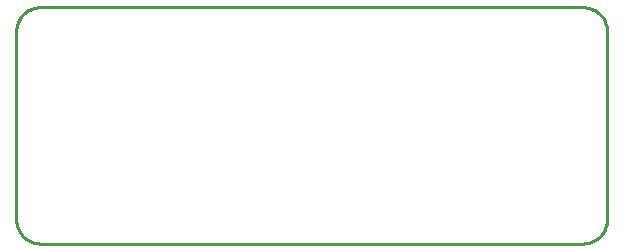
<source format=gko>
G04 EAGLE Gerber RS-274X export*
G75*
%MOMM*%
%FSLAX34Y34*%
%LPD*%
%INBoard Outline*%
%IPPOS*%
%AMOC8*
5,1,8,0,0,1.08239X$1,22.5*%
G01*
%ADD10C,0.000000*%
%ADD11C,0.152400*%
%ADD12C,0.254000*%


D10*
X0Y180000D02*
X0Y20000D01*
X20000Y200000D02*
X480000Y200000D01*
X500000Y180000D02*
X500000Y20000D01*
X480000Y0D02*
X20000Y0D01*
D11*
X0Y180000D02*
X6Y180483D01*
X23Y180966D01*
X53Y181449D01*
X93Y181930D01*
X146Y182411D01*
X210Y182890D01*
X285Y183367D01*
X373Y183843D01*
X471Y184316D01*
X581Y184786D01*
X702Y185254D01*
X835Y185719D01*
X979Y186180D01*
X1134Y186638D01*
X1300Y187092D01*
X1477Y187542D01*
X1664Y187987D01*
X1863Y188428D01*
X2071Y188864D01*
X2291Y189294D01*
X2521Y189720D01*
X2761Y190139D01*
X3011Y190553D01*
X3271Y190960D01*
X3540Y191361D01*
X3820Y191756D01*
X4108Y192143D01*
X4407Y192524D01*
X4714Y192897D01*
X5030Y193262D01*
X5355Y193620D01*
X5688Y193970D01*
X6030Y194312D01*
X6380Y194645D01*
X6738Y194970D01*
X7103Y195286D01*
X7476Y195593D01*
X7857Y195892D01*
X8244Y196180D01*
X8639Y196460D01*
X9040Y196729D01*
X9447Y196989D01*
X9861Y197239D01*
X10280Y197479D01*
X10706Y197709D01*
X11136Y197929D01*
X11572Y198137D01*
X12013Y198336D01*
X12458Y198523D01*
X12908Y198700D01*
X13362Y198866D01*
X13820Y199021D01*
X14281Y199165D01*
X14746Y199298D01*
X15214Y199419D01*
X15684Y199529D01*
X16157Y199627D01*
X16633Y199715D01*
X17110Y199790D01*
X17589Y199854D01*
X18070Y199907D01*
X18551Y199947D01*
X19034Y199977D01*
X19517Y199994D01*
X20000Y200000D01*
X0Y20000D02*
X6Y19517D01*
X23Y19034D01*
X53Y18551D01*
X93Y18070D01*
X146Y17589D01*
X210Y17110D01*
X285Y16633D01*
X373Y16157D01*
X471Y15684D01*
X581Y15214D01*
X702Y14746D01*
X835Y14281D01*
X979Y13820D01*
X1134Y13362D01*
X1300Y12908D01*
X1477Y12458D01*
X1664Y12013D01*
X1863Y11572D01*
X2071Y11136D01*
X2291Y10706D01*
X2521Y10280D01*
X2761Y9861D01*
X3011Y9447D01*
X3271Y9040D01*
X3540Y8639D01*
X3820Y8244D01*
X4108Y7857D01*
X4407Y7476D01*
X4714Y7103D01*
X5030Y6738D01*
X5355Y6380D01*
X5688Y6030D01*
X6030Y5688D01*
X6380Y5355D01*
X6738Y5030D01*
X7103Y4714D01*
X7476Y4407D01*
X7857Y4108D01*
X8244Y3820D01*
X8639Y3540D01*
X9040Y3271D01*
X9447Y3011D01*
X9861Y2761D01*
X10280Y2521D01*
X10706Y2291D01*
X11136Y2071D01*
X11572Y1863D01*
X12013Y1664D01*
X12458Y1477D01*
X12908Y1300D01*
X13362Y1134D01*
X13820Y979D01*
X14281Y835D01*
X14746Y702D01*
X15214Y581D01*
X15684Y471D01*
X16157Y373D01*
X16633Y285D01*
X17110Y210D01*
X17589Y146D01*
X18070Y93D01*
X18551Y53D01*
X19034Y23D01*
X19517Y6D01*
X20000Y0D01*
X480000Y0D02*
X480483Y6D01*
X480966Y23D01*
X481449Y53D01*
X481930Y93D01*
X482411Y146D01*
X482890Y210D01*
X483367Y285D01*
X483843Y373D01*
X484316Y471D01*
X484786Y581D01*
X485254Y702D01*
X485719Y835D01*
X486180Y979D01*
X486638Y1134D01*
X487092Y1300D01*
X487542Y1477D01*
X487987Y1664D01*
X488428Y1863D01*
X488864Y2071D01*
X489294Y2291D01*
X489720Y2521D01*
X490139Y2761D01*
X490553Y3011D01*
X490960Y3271D01*
X491361Y3540D01*
X491756Y3820D01*
X492143Y4108D01*
X492524Y4407D01*
X492897Y4714D01*
X493262Y5030D01*
X493620Y5355D01*
X493970Y5688D01*
X494312Y6030D01*
X494645Y6380D01*
X494970Y6738D01*
X495286Y7103D01*
X495593Y7476D01*
X495892Y7857D01*
X496180Y8244D01*
X496460Y8639D01*
X496729Y9040D01*
X496989Y9447D01*
X497239Y9861D01*
X497479Y10280D01*
X497709Y10706D01*
X497929Y11136D01*
X498137Y11572D01*
X498336Y12013D01*
X498523Y12458D01*
X498700Y12908D01*
X498866Y13362D01*
X499021Y13820D01*
X499165Y14281D01*
X499298Y14746D01*
X499419Y15214D01*
X499529Y15684D01*
X499627Y16157D01*
X499715Y16633D01*
X499790Y17110D01*
X499854Y17589D01*
X499907Y18070D01*
X499947Y18551D01*
X499977Y19034D01*
X499994Y19517D01*
X500000Y20000D01*
X500000Y180000D02*
X499994Y180483D01*
X499977Y180966D01*
X499947Y181449D01*
X499907Y181930D01*
X499854Y182411D01*
X499790Y182890D01*
X499715Y183367D01*
X499627Y183843D01*
X499529Y184316D01*
X499419Y184786D01*
X499298Y185254D01*
X499165Y185719D01*
X499021Y186180D01*
X498866Y186638D01*
X498700Y187092D01*
X498523Y187542D01*
X498336Y187987D01*
X498137Y188428D01*
X497929Y188864D01*
X497709Y189294D01*
X497479Y189720D01*
X497239Y190139D01*
X496989Y190553D01*
X496729Y190960D01*
X496460Y191361D01*
X496180Y191756D01*
X495892Y192143D01*
X495593Y192524D01*
X495286Y192897D01*
X494970Y193262D01*
X494645Y193620D01*
X494312Y193970D01*
X493970Y194312D01*
X493620Y194645D01*
X493262Y194970D01*
X492897Y195286D01*
X492524Y195593D01*
X492143Y195892D01*
X491756Y196180D01*
X491361Y196460D01*
X490960Y196729D01*
X490553Y196989D01*
X490139Y197239D01*
X489720Y197479D01*
X489294Y197709D01*
X488864Y197929D01*
X488428Y198137D01*
X487987Y198336D01*
X487542Y198523D01*
X487092Y198700D01*
X486638Y198866D01*
X486180Y199021D01*
X485719Y199165D01*
X485254Y199298D01*
X484786Y199419D01*
X484316Y199529D01*
X483843Y199627D01*
X483367Y199715D01*
X482890Y199790D01*
X482411Y199854D01*
X481930Y199907D01*
X481449Y199947D01*
X480966Y199977D01*
X480483Y199994D01*
X480000Y200000D01*
D12*
X0Y20000D02*
X76Y18257D01*
X304Y16527D01*
X681Y14824D01*
X1206Y13160D01*
X1874Y11548D01*
X2680Y10000D01*
X3617Y8528D01*
X4679Y7144D01*
X5858Y5858D01*
X7144Y4679D01*
X8528Y3617D01*
X10000Y2680D01*
X11548Y1874D01*
X13160Y1206D01*
X14824Y681D01*
X16527Y304D01*
X18257Y76D01*
X20000Y0D01*
X480000Y0D01*
X481743Y76D01*
X483473Y304D01*
X485176Y681D01*
X486840Y1206D01*
X488452Y1874D01*
X490000Y2680D01*
X491472Y3617D01*
X492856Y4679D01*
X494142Y5858D01*
X495321Y7144D01*
X496383Y8528D01*
X497321Y10000D01*
X498126Y11548D01*
X498794Y13160D01*
X499319Y14824D01*
X499696Y16527D01*
X499924Y18257D01*
X500000Y20000D01*
X500000Y180000D01*
X499924Y181743D01*
X499696Y183473D01*
X499319Y185176D01*
X498794Y186840D01*
X498126Y188452D01*
X497321Y190000D01*
X496383Y191472D01*
X495321Y192856D01*
X494142Y194142D01*
X492856Y195321D01*
X491472Y196383D01*
X490000Y197321D01*
X488452Y198126D01*
X486840Y198794D01*
X485176Y199319D01*
X483473Y199696D01*
X481743Y199924D01*
X480000Y200000D01*
X20000Y200000D01*
X18257Y199924D01*
X16527Y199696D01*
X14824Y199319D01*
X13160Y198794D01*
X11548Y198126D01*
X10000Y197321D01*
X8528Y196383D01*
X7144Y195321D01*
X5858Y194142D01*
X4679Y192856D01*
X3617Y191472D01*
X2680Y190000D01*
X1874Y188452D01*
X1206Y186840D01*
X681Y185176D01*
X304Y183473D01*
X76Y181743D01*
X0Y180000D01*
X0Y20000D01*
M02*

</source>
